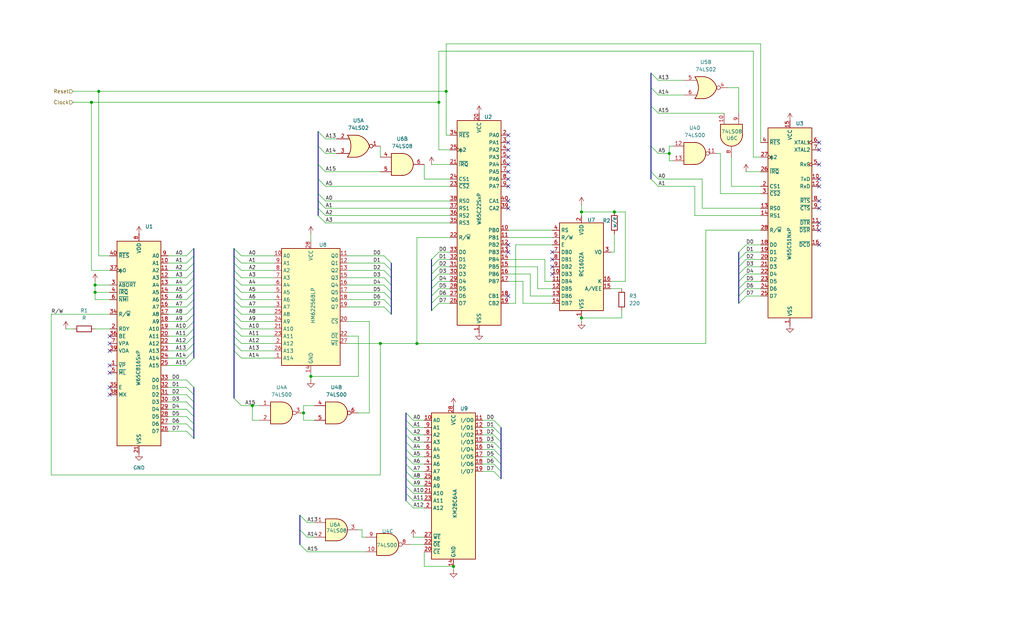
<source format=kicad_sch>
(kicad_sch (version 20250114) (generator "eeschema") (generator_version "9.0")
  (paper "USLegal")
  (title_block (title "65C816 Computer") (date "2025-08-05") (rev "0.1") (comment 1 "IRQ support TBA") (comment 2 "also storage to be changed, potentially???"))
  (junction (at 213.36 73.66))
  (junction (at 157.48 196.85))
  (junction (at 201.93 73.66))
  (junction (at 144.78 119.38))
  (junction (at 33.02 101.6))
  (junction (at 34.29 31.75))
  (junction (at 154.94 31.75))
  (junction (at 107.95 130.81))
  (junction (at 232.41 53.34))
  (junction (at 31.75 35.56))
  (junction (at 87.63 140.97))
  (junction (at 152.4 35.56))
  (junction (at 33.02 99.06))
  (junction (at 132.08 119.38))
  (junction (at 201.93 110.49))
  (junction (at 105.41 143.51))
  (no_connect (at 176.53 69.85))
  (no_connect (at 284.48 57.15))
  (no_connect (at 38.1 127))
  (no_connect (at 284.48 85.09))
  (no_connect (at 191.77 87.63))
  (no_connect (at 284.48 69.85))
  (no_connect (at 191.77 95.25))
  (no_connect (at 284.48 80.01))
  (no_connect (at 38.1 129.54))
  (no_connect (at 176.53 57.15))
  (no_connect (at 176.53 54.61))
  (no_connect (at 284.48 62.23))
  (no_connect (at 176.53 59.69))
  (no_connect (at 284.48 64.77))
  (no_connect (at 191.77 90.17))
  (no_connect (at 176.53 72.39))
  (no_connect (at 176.53 52.07))
  (no_connect (at 284.48 49.53))
  (no_connect (at 38.1 116.84))
  (no_connect (at 176.53 49.53))
  (no_connect (at 176.53 85.09))
  (no_connect (at 38.1 134.62))
  (no_connect (at 176.53 46.99))
  (no_connect (at 191.77 92.71))
  (no_connect (at 284.48 52.07))
  (no_connect (at 38.1 137.16))
  (no_connect (at 284.48 77.47))
  (no_connect (at 176.53 64.77))
  (no_connect (at 176.53 87.63))
  (no_connect (at 284.48 72.39))
  (no_connect (at 176.53 62.23))
  (no_connect (at 38.1 119.38))
  (no_connect (at 176.53 102.87))
  (no_connect (at 38.1 121.92))
  (bus_entry (at 152.4 97.79) (size -2.54 2.54))
  (bus_entry (at 67.31 137.16) (size -2.54 -2.54))
  (bus_entry (at 135.89 96.52) (size -2.54 -2.54))
  (bus_entry (at 140.97 158.75) (size 2.54 2.54))
  (bus_entry (at 135.89 91.44) (size -2.54 -2.54))
  (bus_entry (at 256.54 92.71) (size 2.54 -2.54))
  (bus_entry (at 64.77 111.76) (size 2.54 -2.54))
  (bus_entry (at 256.54 90.17) (size 2.54 -2.54))
  (bus_entry (at 226.06 59.69) (size 2.54 2.54))
  (bus_entry (at 104.14 179.07) (size 2.54 2.54))
  (bus_entry (at 110.49 62.23) (size 2.54 2.54))
  (bus_entry (at 81.28 106.68) (size 2.54 2.54))
  (bus_entry (at 135.89 101.6) (size -2.54 -2.54))
  (bus_entry (at 226.06 62.23) (size 2.54 2.54))
  (bus_entry (at 152.4 92.71) (size -2.54 2.54))
  (bus_entry (at 110.49 57.15) (size 2.54 2.54))
  (bus_entry (at 226.06 50.8) (size 2.54 2.54))
  (bus_entry (at 135.89 106.68) (size -2.54 -2.54))
  (bus_entry (at 64.77 114.3) (size 2.54 -2.54))
  (bus_entry (at 110.49 69.85) (size 2.54 2.54))
  (bus_entry (at 81.28 86.36) (size 2.54 2.54))
  (bus_entry (at 140.97 153.67) (size 2.54 2.54))
  (bus_entry (at 110.49 74.93) (size 2.54 2.54))
  (bus_entry (at 256.54 102.87) (size 2.54 -2.54))
  (bus_entry (at 81.28 138.43) (size 2.54 2.54))
  (bus_entry (at 152.4 95.25) (size -2.54 2.54))
  (bus_entry (at 135.89 93.98) (size -2.54 -2.54))
  (bus_entry (at 226.06 30.48) (size 2.54 2.54))
  (bus_entry (at 67.31 152.4) (size -2.54 -2.54))
  (bus_entry (at 67.31 139.7) (size -2.54 -2.54))
  (bus_entry (at 140.97 161.29) (size 2.54 2.54))
  (bus_entry (at 110.49 45.72) (size 2.54 2.54))
  (bus_entry (at 226.06 25.4) (size 2.54 2.54))
  (bus_entry (at 140.97 143.51) (size 2.54 2.54))
  (bus_entry (at 64.77 127) (size 2.54 -2.54))
  (bus_entry (at 140.97 173.99) (size 2.54 2.54))
  (bus_entry (at 173.99 166.37) (size -2.54 -2.54))
  (bus_entry (at 173.99 151.13) (size -2.54 -2.54))
  (bus_entry (at 67.31 144.78) (size -2.54 -2.54))
  (bus_entry (at 81.28 114.3) (size 2.54 2.54))
  (bus_entry (at 152.4 105.41) (size -2.54 2.54))
  (bus_entry (at 81.28 93.98) (size 2.54 2.54))
  (bus_entry (at 152.4 102.87) (size -2.54 2.54))
  (bus_entry (at 64.77 116.84) (size 2.54 -2.54))
  (bus_entry (at 67.31 134.62) (size -2.54 -2.54))
  (bus_entry (at 64.77 96.52) (size 2.54 -2.54))
  (bus_entry (at 81.28 104.14) (size 2.54 2.54))
  (bus_entry (at 81.28 111.76) (size 2.54 2.54))
  (bus_entry (at 140.97 171.45) (size 2.54 2.54))
  (bus_entry (at 67.31 142.24) (size -2.54 -2.54))
  (bus_entry (at 256.54 87.63) (size 2.54 -2.54))
  (bus_entry (at 140.97 166.37) (size 2.54 2.54))
  (bus_entry (at 81.28 116.84) (size 2.54 2.54))
  (bus_entry (at 173.99 163.83) (size -2.54 -2.54))
  (bus_entry (at 64.77 101.6) (size 2.54 -2.54))
  (bus_entry (at 64.77 121.92) (size 2.54 -2.54))
  (bus_entry (at 140.97 168.91) (size 2.54 2.54))
  (bus_entry (at 140.97 146.05) (size 2.54 2.54))
  (bus_entry (at 173.99 148.59) (size -2.54 -2.54))
  (bus_entry (at 256.54 100.33) (size 2.54 -2.54))
  (bus_entry (at 81.28 99.06) (size 2.54 2.54))
  (bus_entry (at 81.28 109.22) (size 2.54 2.54))
  (bus_entry (at 152.4 87.63) (size -2.54 2.54))
  (bus_entry (at 173.99 158.75) (size -2.54 -2.54))
  (bus_entry (at 135.89 99.06) (size -2.54 -2.54))
  (bus_entry (at 140.97 163.83) (size 2.54 2.54))
  (bus_entry (at 64.77 93.98) (size 2.54 -2.54))
  (bus_entry (at 64.77 109.22) (size 2.54 -2.54))
  (bus_entry (at 140.97 156.21) (size 2.54 2.54))
  (bus_entry (at 140.97 148.59) (size 2.54 2.54))
  (bus_entry (at 81.28 121.92) (size 2.54 2.54))
  (bus_entry (at 81.28 88.9) (size 2.54 2.54))
  (bus_entry (at 64.77 104.14) (size 2.54 -2.54))
  (bus_entry (at 152.4 90.17) (size -2.54 2.54))
  (bus_entry (at 67.31 147.32) (size -2.54 -2.54))
  (bus_entry (at 110.49 67.31) (size 2.54 2.54))
  (bus_entry (at 67.31 149.86) (size -2.54 -2.54))
  (bus_entry (at 152.4 100.33) (size -2.54 2.54))
  (bus_entry (at 135.89 109.22) (size -2.54 -2.54))
  (bus_entry (at 226.06 36.83) (size 2.54 2.54))
  (bus_entry (at 256.54 95.25) (size 2.54 -2.54))
  (bus_entry (at 256.54 105.41) (size 2.54 -2.54))
  (bus_entry (at 135.89 104.14) (size -2.54 -2.54))
  (bus_entry (at 64.77 88.9) (size 2.54 -2.54))
  (bus_entry (at 104.14 184.15) (size 2.54 2.54))
  (bus_entry (at 110.49 72.39) (size 2.54 2.54))
  (bus_entry (at 140.97 151.13) (size 2.54 2.54))
  (bus_entry (at 81.28 101.6) (size 2.54 2.54))
  (bus_entry (at 104.14 189.23) (size 2.54 2.54))
  (bus_entry (at 81.28 96.52) (size 2.54 2.54))
  (bus_entry (at 81.28 119.38) (size 2.54 2.54))
  (bus_entry (at 81.28 91.44) (size 2.54 2.54))
  (bus_entry (at 173.99 161.29) (size -2.54 -2.54))
  (bus_entry (at 64.77 99.06) (size 2.54 -2.54))
  (bus_entry (at 64.77 91.44) (size 2.54 -2.54))
  (bus_entry (at 64.77 119.38) (size 2.54 -2.54))
  (bus_entry (at 110.49 50.8) (size 2.54 2.54))
  (bus_entry (at 64.77 124.46) (size 2.54 -2.54))
  (bus_entry (at 173.99 153.67) (size -2.54 -2.54))
  (bus_entry (at 173.99 156.21) (size -2.54 -2.54))
  (bus_entry (at 64.77 106.68) (size 2.54 -2.54))
  (bus_entry (at 256.54 97.79) (size 2.54 -2.54))
  (bus (pts (xy 173.99 158.75) (xy 173.99 161.29)))
  (wire (pts (xy 259.08 85.09) (xy 264.16 85.09)))
  (wire (pts (xy 201.93 71.12) (xy 201.93 73.66)))
  (wire (pts (xy 107.95 130.81) (xy 107.95 129.54)))
  (bus (pts (xy 149.86 90.17) (xy 149.86 92.71)))
  (wire (pts (xy 217.17 97.79) (xy 217.17 73.66)))
  (wire (pts (xy 228.6 39.37) (xy 251.46 39.37)))
  (wire (pts (xy 264.16 59.69) (xy 259.08 59.69)))
  (bus (pts (xy 67.31 111.76) (xy 67.31 109.22)))
  (wire (pts (xy 125.73 186.69) (xy 127 186.69)))
  (wire (pts (xy 25.4 35.56) (xy 31.75 35.56)))
  (wire (pts (xy 191.77 102.87) (xy 184.15 102.87)))
  (wire (pts (xy 147.32 57.15) (xy 147.32 62.23)))
  (wire (pts (xy 152.4 105.41) (xy 156.21 105.41)))
  (bus (pts (xy 81.28 104.14) (xy 81.28 101.6)))
  (wire (pts (xy 38.1 104.14) (xy 33.02 104.14)))
  (bus (pts (xy 149.86 100.33) (xy 149.86 102.87)))
  (bus (pts (xy 81.28 99.06) (xy 81.28 96.52)))
  (wire (pts (xy 213.36 73.66) (xy 217.17 73.66)))
  (wire (pts (xy 228.6 53.34) (xy 232.41 53.34)))
  (wire (pts (xy 83.82 93.98) (xy 95.25 93.98)))
  (bus (pts (xy 81.28 93.98) (xy 81.28 91.44)))
  (wire (pts (xy 83.82 91.44) (xy 95.25 91.44)))
  (wire (pts (xy 58.42 139.7) (xy 64.77 139.7)))
  (bus (pts (xy 135.89 106.68) (xy 135.89 109.22)))
  (wire (pts (xy 113.03 72.39) (xy 156.21 72.39)))
  (wire (pts (xy 156.21 64.77) (xy 113.03 64.77)))
  (bus (pts (xy 149.86 102.87) (xy 149.86 105.41)))
  (wire (pts (xy 113.03 53.34) (xy 116.84 53.34)))
  (wire (pts (xy 58.42 104.14) (xy 64.77 104.14)))
  (bus (pts (xy 226.06 50.8) (xy 226.06 59.69)))
  (bus (pts (xy 140.97 163.83) (xy 140.97 166.37)))
  (bus (pts (xy 140.97 161.29) (xy 140.97 163.83)))
  (wire (pts (xy 83.82 124.46) (xy 95.25 124.46)))
  (wire (pts (xy 201.93 73.66) (xy 213.36 73.66)))
  (wire (pts (xy 120.65 88.9) (xy 133.35 88.9)))
  (wire (pts (xy 147.32 191.77) (xy 147.32 196.85)))
  (wire (pts (xy 58.42 147.32) (xy 64.77 147.32)))
  (bus (pts (xy 81.28 121.92) (xy 81.28 119.38)))
  (bus (pts (xy 149.86 92.71) (xy 149.86 95.25)))
  (bus (pts (xy 67.31 99.06) (xy 67.31 96.52)))
  (wire (pts (xy 154.94 31.75) (xy 34.29 31.75)))
  (bus (pts (xy 135.89 104.14) (xy 135.89 106.68)))
  (wire (pts (xy 250.19 67.31) (xy 264.16 67.31)))
  (bus (pts (xy 110.49 50.8) (xy 110.49 57.15)))
  (wire (pts (xy 105.41 140.97) (xy 105.41 143.51)))
  (bus (pts (xy 110.49 45.72) (xy 110.49 50.8)))
  (bus (pts (xy 226.06 25.4) (xy 226.06 30.48)))
  (bus (pts (xy 67.31 109.22) (xy 67.31 106.68)))
  (wire (pts (xy 143.51 163.83) (xy 147.32 163.83)))
  (bus (pts (xy 81.28 138.43) (xy 81.28 121.92)))
  (bus (pts (xy 173.99 156.21) (xy 173.99 158.75)))
  (wire (pts (xy 250.19 53.34) (xy 250.19 67.31)))
  (wire (pts (xy 176.53 92.71) (xy 186.69 92.71)))
  (wire (pts (xy 143.51 176.53) (xy 147.32 176.53)))
  (bus (pts (xy 149.86 105.41) (xy 149.86 107.95)))
  (wire (pts (xy 191.77 97.79) (xy 189.23 97.79)))
  (wire (pts (xy 58.42 116.84) (xy 64.77 116.84)))
  (bus (pts (xy 81.28 106.68) (xy 81.28 104.14)))
  (wire (pts (xy 256.54 30.48) (xy 256.54 39.37)))
  (wire (pts (xy 259.08 100.33) (xy 264.16 100.33)))
  (bus (pts (xy 149.86 95.25) (xy 149.86 97.79)))
  (wire (pts (xy 189.23 97.79) (xy 189.23 90.17)))
  (wire (pts (xy 120.65 99.06) (xy 133.35 99.06)))
  (bus (pts (xy 135.89 101.6) (xy 135.89 104.14)))
  (wire (pts (xy 83.82 119.38) (xy 95.25 119.38)))
  (wire (pts (xy 186.69 92.71) (xy 186.69 100.33)))
  (wire (pts (xy 83.82 96.52) (xy 95.25 96.52)))
  (wire (pts (xy 167.64 158.75) (xy 171.45 158.75)))
  (wire (pts (xy 144.78 82.55) (xy 144.78 119.38)))
  (bus (pts (xy 135.89 93.98) (xy 135.89 96.52)))
  (wire (pts (xy 113.03 74.93) (xy 156.21 74.93)))
  (wire (pts (xy 31.75 35.56) (xy 31.75 93.98)))
  (wire (pts (xy 33.02 101.6) (xy 33.02 99.06)))
  (wire (pts (xy 152.4 52.07) (xy 152.4 35.56)))
  (wire (pts (xy 38.1 99.06) (xy 33.02 99.06)))
  (bus (pts (xy 81.28 109.22) (xy 81.28 106.68)))
  (wire (pts (xy 58.42 144.78) (xy 64.77 144.78)))
  (wire (pts (xy 128.27 111.76) (xy 120.65 111.76)))
  (wire (pts (xy 147.32 196.85) (xy 157.48 196.85)))
  (bus (pts (xy 104.14 179.07) (xy 104.14 184.15)))
  (wire (pts (xy 106.68 186.69) (xy 109.22 186.69)))
  (bus (pts (xy 173.99 163.83) (xy 173.99 166.37)))
  (wire (pts (xy 106.68 181.61) (xy 109.22 181.61)))
  (wire (pts (xy 105.41 146.05) (xy 105.41 143.51)))
  (bus (pts (xy 67.31 144.78) (xy 67.31 147.32)))
  (wire (pts (xy 261.62 17.78) (xy 152.4 17.78)))
  (wire (pts (xy 132.08 119.38) (xy 132.08 165.1)))
  (wire (pts (xy 113.03 59.69) (xy 132.08 59.69)))
  (wire (pts (xy 152.4 95.25) (xy 156.21 95.25)))
  (wire (pts (xy 167.64 163.83) (xy 171.45 163.83)))
  (wire (pts (xy 245.11 80.01) (xy 245.11 119.38)))
  (bus (pts (xy 110.49 69.85) (xy 110.49 67.31)))
  (wire (pts (xy 143.51 151.13) (xy 147.32 151.13)))
  (wire (pts (xy 241.3 64.77) (xy 228.6 64.77)))
  (bus (pts (xy 140.97 153.67) (xy 140.97 156.21)))
  (wire (pts (xy 143.51 166.37) (xy 147.32 166.37)))
  (wire (pts (xy 264.16 74.93) (xy 241.3 74.93)))
  (wire (pts (xy 143.51 161.29) (xy 147.32 161.29)))
  (wire (pts (xy 17.78 109.22) (xy 17.78 165.1)))
  (wire (pts (xy 179.07 105.41) (xy 176.53 105.41)))
  (wire (pts (xy 58.42 124.46) (xy 64.77 124.46)))
  (bus (pts (xy 81.28 91.44) (xy 81.28 88.9)))
  (wire (pts (xy 58.42 134.62) (xy 64.77 134.62)))
  (wire (pts (xy 87.63 140.97) (xy 90.17 140.97)))
  (wire (pts (xy 176.53 82.55) (xy 191.77 82.55)))
  (wire (pts (xy 232.41 50.8) (xy 233.68 50.8)))
  (wire (pts (xy 152.4 87.63) (xy 156.21 87.63)))
  (bus (pts (xy 173.99 151.13) (xy 173.99 153.67)))
  (wire (pts (xy 167.64 151.13) (xy 171.45 151.13)))
  (bus (pts (xy 149.86 97.79) (xy 149.86 100.33)))
  (wire (pts (xy 58.42 114.3) (xy 64.77 114.3)))
  (wire (pts (xy 38.1 109.22) (xy 17.78 109.22)))
  (wire (pts (xy 215.9 107.95) (xy 215.9 110.49)))
  (bus (pts (xy 67.31 137.16) (xy 67.31 139.7)))
  (wire (pts (xy 83.82 99.06) (xy 95.25 99.06)))
  (wire (pts (xy 212.09 87.63) (xy 213.36 87.63)))
  (wire (pts (xy 167.64 153.67) (xy 171.45 153.67)))
  (bus (pts (xy 173.99 153.67) (xy 173.99 156.21)))
  (wire (pts (xy 33.02 114.3) (xy 38.1 114.3)))
  (wire (pts (xy 120.65 101.6) (xy 133.35 101.6)))
  (bus (pts (xy 110.49 57.15) (xy 110.49 62.23)))
  (wire (pts (xy 167.64 148.59) (xy 171.45 148.59)))
  (bus (pts (xy 256.54 102.87) (xy 256.54 105.41)))
  (bus (pts (xy 110.49 74.93) (xy 110.49 72.39)))
  (bus (pts (xy 81.28 101.6) (xy 81.28 99.06)))
  (wire (pts (xy 143.51 158.75) (xy 147.32 158.75)))
  (wire (pts (xy 256.54 30.48) (xy 252.73 30.48)))
  (wire (pts (xy 143.51 148.59) (xy 147.32 148.59)))
  (wire (pts (xy 58.42 96.52) (xy 64.77 96.52)))
  (wire (pts (xy 120.65 91.44) (xy 133.35 91.44)))
  (wire (pts (xy 113.03 69.85) (xy 156.21 69.85)))
  (wire (pts (xy 212.09 97.79) (xy 217.17 97.79)))
  (wire (pts (xy 83.82 106.68) (xy 95.25 106.68)))
  (wire (pts (xy 58.42 106.68) (xy 64.77 106.68)))
  (wire (pts (xy 143.51 153.67) (xy 147.32 153.67)))
  (wire (pts (xy 241.3 74.93) (xy 241.3 64.77)))
  (bus (pts (xy 256.54 97.79) (xy 256.54 100.33)))
  (wire (pts (xy 254 54.61) (xy 254 64.77)))
  (bus (pts (xy 140.97 166.37) (xy 140.97 168.91)))
  (wire (pts (xy 264.16 54.61) (xy 261.62 54.61)))
  (wire (pts (xy 156.21 82.55) (xy 144.78 82.55)))
  (wire (pts (xy 58.42 142.24) (xy 64.77 142.24)))
  (wire (pts (xy 87.63 140.97) (xy 87.63 146.05)))
  (wire (pts (xy 58.42 109.22) (xy 64.77 109.22)))
  (wire (pts (xy 232.41 55.88) (xy 233.68 55.88)))
  (wire (pts (xy 181.61 105.41) (xy 191.77 105.41)))
  (wire (pts (xy 201.93 73.66) (xy 201.93 74.93)))
  (wire (pts (xy 181.61 97.79) (xy 181.61 105.41)))
  (bus (pts (xy 67.31 114.3) (xy 67.31 111.76)))
  (wire (pts (xy 113.03 77.47) (xy 156.21 77.47)))
  (wire (pts (xy 120.65 106.68) (xy 133.35 106.68)))
  (wire (pts (xy 58.42 88.9) (xy 64.77 88.9)))
  (bus (pts (xy 140.97 146.05) (xy 140.97 148.59)))
  (bus (pts (xy 67.31 134.62) (xy 67.31 137.16)))
  (wire (pts (xy 120.65 104.14) (xy 133.35 104.14)))
  (wire (pts (xy 264.16 49.53) (xy 264.16 15.24)))
  (wire (pts (xy 83.82 104.14) (xy 95.25 104.14)))
  (bus (pts (xy 135.89 91.44) (xy 135.89 93.98)))
  (wire (pts (xy 201.93 111.76) (xy 201.93 110.49)))
  (wire (pts (xy 58.42 149.86) (xy 64.77 149.86)))
  (wire (pts (xy 243.84 62.23) (xy 228.6 62.23)))
  (wire (pts (xy 22.86 114.3) (xy 25.4 114.3)))
  (bus (pts (xy 140.97 171.45) (xy 140.97 173.99)))
  (bus (pts (xy 81.28 114.3) (xy 81.28 111.76)))
  (bus (pts (xy 140.97 158.75) (xy 140.97 161.29)))
  (wire (pts (xy 143.51 156.21) (xy 147.32 156.21)))
  (bus (pts (xy 140.97 168.91) (xy 140.97 171.45)))
  (wire (pts (xy 58.42 111.76) (xy 64.77 111.76)))
  (wire (pts (xy 167.64 156.21) (xy 171.45 156.21)))
  (wire (pts (xy 33.02 104.14) (xy 33.02 101.6)))
  (wire (pts (xy 58.42 91.44) (xy 64.77 91.44)))
  (wire (pts (xy 120.65 93.98) (xy 133.35 93.98)))
  (wire (pts (xy 33.02 99.06) (xy 33.02 97.79)))
  (wire (pts (xy 179.07 85.09) (xy 179.07 105.41)))
  (bus (pts (xy 135.89 96.52) (xy 135.89 99.06)))
  (wire (pts (xy 152.4 90.17) (xy 156.21 90.17)))
  (bus (pts (xy 67.31 104.14) (xy 67.31 101.6)))
  (wire (pts (xy 83.82 111.76) (xy 95.25 111.76)))
  (bus (pts (xy 140.97 156.21) (xy 140.97 158.75)))
  (wire (pts (xy 83.82 121.92) (xy 95.25 121.92)))
  (wire (pts (xy 143.51 146.05) (xy 147.32 146.05)))
  (wire (pts (xy 38.1 101.6) (xy 33.02 101.6)))
  (wire (pts (xy 83.82 114.3) (xy 95.25 114.3)))
  (wire (pts (xy 83.82 88.9) (xy 95.25 88.9)))
  (wire (pts (xy 113.03 48.26) (xy 116.84 48.26)))
  (wire (pts (xy 143.51 171.45) (xy 147.32 171.45)))
  (bus (pts (xy 67.31 147.32) (xy 67.31 149.86)))
  (wire (pts (xy 109.22 140.97) (xy 105.41 140.97)))
  (bus (pts (xy 110.49 72.39) (xy 110.49 69.85)))
  (wire (pts (xy 106.68 191.77) (xy 127 191.77)))
  (bus (pts (xy 81.28 111.76) (xy 81.28 109.22)))
  (wire (pts (xy 17.78 165.1) (xy 132.08 165.1)))
  (wire (pts (xy 25.4 31.75) (xy 34.29 31.75)))
  (wire (pts (xy 120.65 96.52) (xy 133.35 96.52)))
  (bus (pts (xy 67.31 116.84) (xy 67.31 114.3)))
  (wire (pts (xy 107.95 132.08) (xy 107.95 130.81)))
  (wire (pts (xy 128.27 143.51) (xy 128.27 111.76)))
  (wire (pts (xy 124.46 143.51) (xy 128.27 143.51)))
  (wire (pts (xy 152.4 97.79) (xy 156.21 97.79)))
  (wire (pts (xy 245.11 119.38) (xy 144.78 119.38)))
  (bus (pts (xy 67.31 101.6) (xy 67.31 99.06)))
  (wire (pts (xy 250.19 53.34) (xy 248.92 53.34)))
  (wire (pts (xy 259.08 97.79) (xy 264.16 97.79)))
  (wire (pts (xy 259.08 102.87) (xy 264.16 102.87)))
  (wire (pts (xy 34.29 88.9) (xy 38.1 88.9)))
  (wire (pts (xy 259.08 90.17) (xy 264.16 90.17)))
  (bus (pts (xy 67.31 93.98) (xy 67.31 91.44)))
  (bus (pts (xy 226.06 36.83) (xy 226.06 50.8)))
  (wire (pts (xy 87.63 146.05) (xy 90.17 146.05)))
  (wire (pts (xy 58.42 132.08) (xy 64.77 132.08)))
  (wire (pts (xy 58.42 93.98) (xy 64.77 93.98)))
  (wire (pts (xy 143.51 186.69) (xy 147.32 186.69)))
  (wire (pts (xy 201.93 110.49) (xy 215.9 110.49)))
  (wire (pts (xy 264.16 15.24) (xy 154.94 15.24)))
  (bus (pts (xy 140.97 143.51) (xy 140.97 146.05)))
  (bus (pts (xy 256.54 100.33) (xy 256.54 102.87)))
  (wire (pts (xy 124.46 184.15) (xy 125.73 184.15)))
  (wire (pts (xy 167.64 161.29) (xy 171.45 161.29)))
  (bus (pts (xy 173.99 148.59) (xy 173.99 151.13)))
  (wire (pts (xy 228.6 33.02) (xy 237.49 33.02)))
  (bus (pts (xy 67.31 142.24) (xy 67.31 144.78)))
  (wire (pts (xy 83.82 109.22) (xy 95.25 109.22)))
  (wire (pts (xy 157.48 198.12) (xy 157.48 196.85)))
  (wire (pts (xy 261.62 54.61) (xy 261.62 17.78)))
  (wire (pts (xy 152.4 92.71) (xy 156.21 92.71)))
  (wire (pts (xy 34.29 31.75) (xy 34.29 88.9)))
  (bus (pts (xy 67.31 91.44) (xy 67.31 88.9)))
  (wire (pts (xy 232.41 53.34) (xy 232.41 55.88)))
  (wire (pts (xy 259.08 95.25) (xy 264.16 95.25)))
  (wire (pts (xy 109.22 146.05) (xy 105.41 146.05)))
  (wire (pts (xy 264.16 72.39) (xy 243.84 72.39)))
  (wire (pts (xy 124.46 116.84) (xy 124.46 130.81)))
  (bus (pts (xy 140.97 148.59) (xy 140.97 151.13)))
  (wire (pts (xy 83.82 140.97) (xy 87.63 140.97)))
  (wire (pts (xy 232.41 50.8) (xy 232.41 53.34)))
  (bus (pts (xy 81.28 88.9) (xy 81.28 86.36)))
  (bus (pts (xy 256.54 90.17) (xy 256.54 92.71)))
  (wire (pts (xy 132.08 50.8) (xy 132.08 54.61)))
  (bus (pts (xy 226.06 30.48) (xy 226.06 36.83)))
  (bus (pts (xy 81.28 116.84) (xy 81.28 114.3)))
  (wire (pts (xy 125.73 184.15) (xy 125.73 186.69)))
  (bus (pts (xy 135.89 99.06) (xy 135.89 101.6)))
  (wire (pts (xy 156.21 57.15) (xy 149.86 57.15)))
  (bus (pts (xy 81.28 96.52) (xy 81.28 93.98)))
  (wire (pts (xy 143.51 168.91) (xy 147.32 168.91)))
  (wire (pts (xy 167.64 146.05) (xy 171.45 146.05)))
  (wire (pts (xy 152.4 102.87) (xy 156.21 102.87)))
  (wire (pts (xy 259.08 92.71) (xy 264.16 92.71)))
  (bus (pts (xy 81.28 119.38) (xy 81.28 116.84)))
  (bus (pts (xy 110.49 67.31) (xy 110.49 62.23)))
  (wire (pts (xy 58.42 137.16) (xy 64.77 137.16)))
  (bus (pts (xy 67.31 149.86) (xy 67.31 152.4)))
  (wire (pts (xy 213.36 87.63) (xy 213.36 81.28)))
  (wire (pts (xy 243.84 72.39) (xy 243.84 62.23)))
  (wire (pts (xy 143.51 173.99) (xy 147.32 173.99)))
  (wire (pts (xy 107.95 83.82) (xy 107.95 81.28)))
  (wire (pts (xy 191.77 85.09) (xy 179.07 85.09)))
  (wire (pts (xy 132.08 119.38) (xy 120.65 119.38)))
  (wire (pts (xy 228.6 27.94) (xy 237.49 27.94)))
  (bus (pts (xy 67.31 139.7) (xy 67.31 142.24)))
  (wire (pts (xy 132.08 119.38) (xy 144.78 119.38)))
  (wire (pts (xy 147.32 62.23) (xy 156.21 62.23)))
  (wire (pts (xy 152.4 100.33) (xy 156.21 100.33)))
  (bus (pts (xy 173.99 161.29) (xy 173.99 163.83)))
  (bus (pts (xy 67.31 96.52) (xy 67.31 93.98)))
  (wire (pts (xy 58.42 127) (xy 64.77 127)))
  (wire (pts (xy 184.15 102.87) (xy 184.15 95.25)))
  (wire (pts (xy 176.53 80.01) (xy 191.77 80.01)))
  (wire (pts (xy 31.75 93.98) (xy 38.1 93.98)))
  (wire (pts (xy 58.42 121.92) (xy 64.77 121.92)))
  (wire (pts (xy 176.53 97.79) (xy 181.61 97.79)))
  (bus (pts (xy 226.06 59.69) (xy 226.06 62.23)))
  (wire (pts (xy 264.16 80.01) (xy 245.11 80.01)))
  (bus (pts (xy 67.31 106.68) (xy 67.31 104.14)))
  (bus (pts (xy 67.31 121.92) (xy 67.31 119.38)))
  (bus (pts (xy 256.54 95.25) (xy 256.54 97.79)))
  (wire (pts (xy 58.42 119.38) (xy 64.77 119.38)))
  (wire (pts (xy 152.4 35.56) (xy 31.75 35.56)))
  (bus (pts (xy 104.14 184.15) (xy 104.14 189.23)))
  (wire (pts (xy 152.4 17.78) (xy 152.4 35.56)))
  (wire (pts (xy 186.69 100.33) (xy 191.77 100.33)))
  (wire (pts (xy 156.21 52.07) (xy 152.4 52.07)))
  (bus (pts (xy 67.31 124.46) (xy 67.31 121.92)))
  (bus (pts (xy 67.31 119.38) (xy 67.31 116.84)))
  (bus (pts (xy 256.54 87.63) (xy 256.54 90.17)))
  (wire (pts (xy 259.08 87.63) (xy 264.16 87.63)))
  (wire (pts (xy 83.82 116.84) (xy 95.25 116.84)))
  (wire (pts (xy 154.94 46.99) (xy 154.94 31.75)))
  (wire (pts (xy 58.42 99.06) (xy 64.77 99.06)))
  (wire (pts (xy 124.46 130.81) (xy 107.95 130.81)))
  (bus (pts (xy 67.31 88.9) (xy 67.31 86.36)))
  (wire (pts (xy 254 64.77) (xy 264.16 64.77)))
  (wire (pts (xy 189.23 90.17) (xy 176.53 90.17)))
  (bus (pts (xy 256.54 92.71) (xy 256.54 95.25)))
  (wire (pts (xy 212.09 100.33) (xy 215.9 100.33)))
  (wire (pts (xy 154.94 15.24) (xy 154.94 31.75)))
  (bus (pts (xy 140.97 151.13) (xy 140.97 153.67)))
  (wire (pts (xy 83.82 101.6) (xy 95.25 101.6)))
  (wire (pts (xy 184.15 95.25) (xy 176.53 95.25)))
  (wire (pts (xy 156.21 46.99) (xy 154.94 46.99)))
  (wire (pts (xy 120.65 116.84) (xy 124.46 116.84)))
  (wire (pts (xy 142.24 189.23) (xy 147.32 189.23)))
  (wire (pts (xy 58.42 101.6) (xy 64.77 101.6)))
  (label "A6" (at 143.51 161.29 0))
  (label "A10" (at 143.51 171.45 0))
  (label "A15" (at 60.96 127 0))
  (label "D0" (at 259.08 85.09 0))
  (label "A10" (at 86.36 114.3 0))
  (label "A14" (at 106.68 186.69 0))
  (label "D7" (at 259.08 102.87 0))
  (label "A1" (at 228.6 64.77 0))
  (label "D2" (at 59.69 137.16 0))
  (label "D1" (at 59.69 134.62 0))
  (label "A7" (at 60.96 106.68 0))
  (label "D5" (at 129.54 101.6 0))
  (label "A0" (at 143.51 146.05 0))
  (label "A4" (at 143.51 156.21 0))
  (label "D3" (at 59.69 139.7 0))
  (label "A1" (at 86.36 91.44 0))
  (label "A4" (at 86.36 99.06 0))
  (label "A15" (at 106.68 191.77 0))
  (label "D6" (at 129.54 104.14 0))
  (label "A2" (at 86.36 93.98 0))
  (label "D4" (at 259.08 95.25 0))
  (label "A4" (at 60.96 99.06 0))
  (label "A13" (at 113.03 48.26 0))
  (label "D4" (at 129.54 99.06 0))
  (label "D7" (at 59.69 149.86 0))
  (label "A15" (at 113.03 59.69 0))
  (label "A8" (at 86.36 109.22 0))
  (label "A13" (at 60.96 121.92 0))
  (label "A14" (at 86.36 124.46 0))
  (label "D6" (at 168.91 161.29 0))
  (label "D3" (at 152.4 95.25 0))
  (label "D6" (at 259.08 100.33 0))
  (label "A9" (at 143.51 168.91 0))
  (label "D3" (at 259.08 92.71 0))
  (label "D6" (at 152.4 102.87 0))
  (label "D1" (at 152.4 90.17 0))
  (label "A5" (at 113.03 64.77 0))
  (label "A3" (at 60.96 96.52 0))
  (label "D4" (at 168.91 156.21 0))
  (label "D6" (at 59.69 147.32 0))
  (label "A10" (at 60.96 114.3 0))
  (label "D2" (at 168.91 151.13 0))
  (label "A12" (at 143.51 176.53 0))
  (label "A8" (at 60.96 109.22 0))
  (label "A3" (at 143.51 153.67 0))
  (label "A7" (at 143.51 163.83 0))
  (label "A11" (at 86.36 116.84 0))
  (label "A7" (at 86.36 106.68 0))
  (label "R{slash}W" (at 17.78 109.22 0))
  (label "D0" (at 152.4 87.63 0))
  (label "A15" (at 228.6 39.37 0))
  (label "A14" (at 60.96 124.46 0))
  (label "A8" (at 143.51 166.37 0))
  (label "D1" (at 259.08 87.63 0))
  (label "D2" (at 152.4 92.71 0))
  (label "D5" (at 168.91 158.75 0))
  (label "A2" (at 143.51 151.13 0))
  (label "A0" (at 86.36 88.9 0))
  (label "D2" (at 259.08 90.17 0))
  (label "A5" (at 86.36 101.6 0))
  (label "A0" (at 60.96 88.9 0))
  (label "A9" (at 86.36 111.76 0))
  (label "A0" (at 228.6 62.23 0))
  (label "A6" (at 60.96 104.14 0))
  (label "A13" (at 106.68 181.61 0))
  (label "A5" (at 228.6 53.34 0))
  (label "D0" (at 59.69 132.08 0))
  (label "A2" (at 60.96 93.98 0))
  (label "A2" (at 113.03 74.93 0))
  (label "D3" (at 168.91 153.67 0))
  (label "A1" (at 113.03 72.39 0))
  (label "A12" (at 86.36 119.38 0))
  (label "A1" (at 143.51 148.59 0))
  (label "A3" (at 86.36 96.52 0))
  (label "D5" (at 59.69 144.78 0))
  (label "A11" (at 143.51 173.99 0))
  (label "D5" (at 259.08 97.79 0))
  (label "A11" (at 60.96 116.84 0))
  (label "A6" (at 86.36 104.14 0))
  (label "A5" (at 143.51 158.75 0))
  (label "D0" (at 129.54 88.9 0))
  (label "A14" (at 113.03 53.34 0))
  (label "A14" (at 228.6 33.02 0))
  (label "D0" (at 168.91 146.05 0))
  (label "A5" (at 60.96 101.6 0))
  (label "D1" (at 129.54 91.44 0))
  (label "A12" (at 60.96 119.38 0))
  (label "D7" (at 168.91 163.83 0))
  (label "D2" (at 129.54 93.98 0))
  (label "A0" (at 113.03 69.85 0))
  (label "A1" (at 60.96 91.44 0))
  (label "D3" (at 129.54 96.52 0))
  (label "D4" (at 59.69 142.24 0))
  (label "D7" (at 152.4 105.41 0))
  (label "A3" (at 113.03 77.47 0))
  (label "D7" (at 129.54 106.68 0))
  (label "A13" (at 86.36 121.92 0))
  (label "A13" (at 228.6 27.94 0))
  (label "D5" (at 152.4 100.33 0))
  (label "A9" (at 60.96 111.76 0))
  (label "A15" (at 85.09 140.97 0))
  (label "D4" (at 152.4 97.79 0))
  (label "D1" (at 168.91 148.59 0))
  (hierarchical_label "Reset" (shape input) (at 25.4 31.75 180))
  (hierarchical_label "Clock" (shape input) (at 25.4 35.56 180))
  (symbol (lib_id "74xx:74LS00") (at 97.79 143.51 0) (unit 1)
    (property "Reference" "U4" (at 97.7817 134.62 0))
    (property "Value" "74LS00" (at 97.7817 137.16 0))
    (property "Datasheet" "http://www.ti.com/lit/gpn/sn74ls00" (effects (hide yes)))
    (property "Description" "quad 2-input NAND gate" (effects (hide yes)))
  )
  (symbol (lib_id "74xx:74LS00") (at 116.84 143.51 0) (unit 2)
    (property "Reference" "U4" (at 116.8317 134.62 0))
    (property "Value" "74LS00" (at 116.8317 137.16 0))
    (property "Datasheet" "http://www.ti.com/lit/gpn/sn74ls00" (effects (hide yes)))
    (property "Description" "quad 2-input NAND gate" (effects (hide yes)))
  )
  (symbol (lib_id "74xx:74LS00") (at 134.62 189.23 0) (unit 3)
    (property "Reference" "U4" (at 134.62 184.658 0))
    (property "Value" "74LS00" (at 134.366 189.484 0))
    (property "Datasheet" "http://www.ti.com/lit/gpn/sn74ls00" (effects (hide yes)))
    (property "Description" "quad 2-input NAND gate" (effects (hide yes)))
  )
  (symbol (lib_id "74xx:74LS00") (at 241.3 53.34 0) (unit 4)
    (property "Reference" "U4" (at 241.2917 44.45 0))
    (property "Value" "74LS00" (at 241.2917 46.99 0))
    (property "Datasheet" "http://www.ti.com/lit/gpn/sn74ls00" (effects (hide yes)))
    (property "Description" "quad 2-input NAND gate" (effects (hide yes)))
  )
  (symbol (lib_id "power:+5V") (at 33.02 97.79 0) (unit 1)
    (property "Reference" "#PWR014" (effects (hide yes)))
    (property "Value" "+5V" (effects (hide yes)))
    (property "Description" "Power symbol creates a global label with name \"+5V\"" (effects (hide yes)))
  )
  (symbol (lib_id "power:+5V") (at 143.51 186.69 0) (unit 1)
    (property "Reference" "#PWR015" (effects (hide yes)))
    (property "Value" "+5V" (effects (hide yes)))
    (property "Description" "Power symbol creates a global label with name \"+5V\"" (effects (hide yes)))
  )
  (symbol (lib_id "Memory_RAM:HM62256BLP") (at 107.95 106.68 0) (unit 1)
    (property "Reference" "U8" (at 110.744 85.09 0) (effects (justify left)))
    (property "Value" "HM62256BLP" (at 108.712 112.522 90) (effects (justify left)))
    (property "Footprint" "Package_DIP:DIP-28_W15.24mm" (effects (hide yes)))
    (property "Datasheet" "https://web.mit.edu/6.115/www/document/62256.pdf" (effects (hide yes)))
    (property "Description" "32,768-word × 8-bit High Speed CMOS Static RAM, 70ns, DIP-28" (effects (hide yes)))
  )
  (symbol (lib_id "Memory_EEPROM:KM28C64A") (at 157.48 168.91 0) (unit 1)
    (property "Reference" "U9" (at 159.766 141.986 0) (effects (justify left)))
    (property "Value" "KM28C64A" (at 157.988 180.086 90) (effects (justify left)))
    (property "Footprint" "Package_DIP:DIP-28_W15.24mm" (effects (hide yes)))
    (property "Datasheet" "https://tvsat.com.pl/PDF/K/km28c64_sam.pdf" (effects (hide yes)))
    (property "Description" "EEPROM 8K x 8, 5V, Not  in Production, DIP-28" (effects (hide yes)))
  )
  (symbol (lib_id "PCM_65xx-library:W65C816SxP") (at 48.26 119.38 0) (unit 1)
    (property "Reference" "U1" (at 50.4033 78.74 0) (effects (justify left)))
    (property "Value" "W65C816SxP" (at 48.006 134.112 90) (effects (justify left)))
    (property "Footprint" "Package_DIP:DIP-40_W15.24mm" (effects (hide yes)))
    (property "Datasheet" "http://www.westerndesigncenter.com/wdc/documentation/w65c816s.pdf" (effects (hide yes)))
    (property "Description" "8/16-bit CMOS General Purpose Microprocessor, DIP-40" (effects (hide yes)))
  )
  (symbol (lib_id "power:GND") (at 201.93 111.76 0) (unit 1)
    (property "Reference" "#PWR08" (effects (hide yes)))
    (property "Value" "GND" (effects (hide yes)))
    (property "Description" "Power symbol creates a global label with name \"GND\" , ground" (effects (hide yes)))
  )
  (symbol (lib_id "power:GND") (at 48.26 157.48 0) (unit 1)
    (property "Reference" "#PWR013" (effects (hide yes)))
    (property "Value" "GND" (at 48.26 162.56 0))
    (property "Description" "Power symbol creates a global label with name \"GND\" , ground" (effects (hide yes)))
  )
  (symbol (lib_id "power:+5V") (at 22.86 114.3 0) (unit 1)
    (property "Reference" "#PWR01" (effects (hide yes)))
    (property "Value" "+5V" (effects (hide yes)))
    (property "Description" "Power symbol creates a global label with name \"+5V\"" (effects (hide yes)))
  )
  (symbol (lib_id "74xx:74LS08") (at 116.84 184.15 0) (unit 1)
    (property "Reference" "U6" (at 116.332 182.372 0))
    (property "Value" "74LS08" (at 116.84 184.404 0))
    (property "Datasheet" "http://www.ti.com/lit/gpn/sn74LS08" (effects (hide yes)))
    (property "Description" "Quad And2" (effects (hide yes)))
  )
  (symbol (lib_id "74xx:74LS08") (at 139.7 57.15 0) (unit 2)
    (property "Reference" "U6" (at 139.6917 48.26 0))
    (property "Value" "74LS08" (at 139.6917 50.8 0))
    (property "Datasheet" "http://www.ti.com/lit/gpn/sn74LS08" (effects (hide yes)))
    (property "Description" "Quad And2" (effects (hide yes)))
  )
  (symbol (lib_id "74xx:74LS08") (at 254 46.99 270) (unit 3)
    (property "Reference" "U6" (at 252.222 48.006 90) (effects (justify left)))
    (property "Value" "74LS08" (at 250.444 45.72 90) (effects (justify left)))
    (property "Datasheet" "http://www.ti.com/lit/gpn/sn74LS08" (effects (hide yes)))
    (property "Description" "Quad And2" (effects (hide yes)))
  )
  (symbol (lib_id "Device:R") (at 215.9 104.14 0) (unit 1)
    (property "Reference" "R3" (at 218.44 102.8699 0) (effects (justify left)))
    (property "Value" "220" (at 218.44 105.4099 0) (effects (justify left)))
    (property "Description" "Resistor" (effects (hide yes)))
  )
  (symbol (lib_id "power:+5V") (at 274.32 41.91 0) (unit 1)
    (property "Reference" "#PWR06" (effects (hide yes)))
    (property "Value" "+5V" (effects (hide yes)))
    (property "Description" "Power symbol creates a global label with name \"+5V\"" (effects (hide yes)))
  )
  (symbol (lib_id "PCM_65xx-library:W65C51NxP") (at 274.32 77.47 0) (unit 1)
    (property "Reference" "U3" (at 276.352 42.926 0) (effects (justify left)))
    (property "Value" "W65C51NxP" (at 274.066 90.424 90) (effects (justify left)))
    (property "Footprint" "Package_DIP:DIP-28_W15.24mm" (effects (hide yes)))
    (property "Datasheet" "http://www.westerndesigncenter.com/wdc/documentation/w65c51n.pdf" (effects (hide yes)))
    (property "Description" "CMOS Asynchronous Communication Interface Adapter (ACIA), Serial UART, DIP-28" (effects (hide yes)))
  )
  (symbol (lib_id "power:+5V") (at 149.86 57.15 0) (unit 1)
    (property "Reference" "#PWR017" (effects (hide yes)))
    (property "Value" "+5V" (effects (hide yes)))
    (property "Description" "Power symbol creates a global label with name \"+5V\"" (effects (hide yes)))
  )
  (symbol (lib_id "power:GND") (at 157.48 198.12 0) (unit 1)
    (property "Reference" "#PWR010" (effects (hide yes)))
    (property "Value" "GND" (effects (hide yes)))
    (property "Description" "Power symbol creates a global label with name \"GND\" , ground" (effects (hide yes)))
  )
  (symbol (lib_id "Display_Character:RC1602A") (at 201.93 92.71 0) (unit 1)
    (property "Reference" "U7" (at 203.962 76.454 0) (effects (justify left)))
    (property "Value" "RC1602A" (at 201.93 96.266 90) (effects (justify left)))
    (property "Footprint" "Display:RC1602A" (effects (hide yes)))
    (property "Datasheet" "http://www.raystar-optronics.com/down.php?ProID=18" (effects (hide yes)))
    (property "Description" "LCD 16x2 Alphanumeric gray backlight, 3 or 5V VDD" (effects (hide yes)))
  )
  (symbol (lib_id "power:+5V") (at 166.37 39.37 0) (unit 1)
    (property "Reference" "#PWR03" (effects (hide yes)))
    (property "Value" "+5V" (effects (hide yes)))
    (property "Description" "Power symbol creates a global label with name \"+5V\"" (effects (hide yes)))
  )
  (symbol (lib_id "power:+5V") (at 157.48 140.97 0) (unit 1)
    (property "Reference" "#PWR05" (effects (hide yes)))
    (property "Value" "+5V" (effects (hide yes)))
    (property "Description" "Power symbol creates a global label with name \"+5V\"" (effects (hide yes)))
  )
  (symbol (lib_id "power:GND") (at 166.37 115.57 0) (unit 1)
    (property "Reference" "#PWR012" (effects (hide yes)))
    (property "Value" "GND" (effects (hide yes)))
    (property "Description" "Power symbol creates a global label with name \"GND\" , ground" (effects (hide yes)))
  )
  (symbol (lib_id "power:+5V") (at 201.93 71.12 0) (unit 1)
    (property "Reference" "#PWR07" (effects (hide yes)))
    (property "Value" "+5V" (effects (hide yes)))
    (property "Description" "Power symbol creates a global label with name \"+5V\"" (effects (hide yes)))
  )
  (symbol (lib_id "power:+5V") (at 107.95 81.28 0) (unit 1)
    (property "Reference" "#PWR04" (effects (hide yes)))
    (property "Value" "+5V" (effects (hide yes)))
    (property "Description" "Power symbol creates a global label with name \"+5V\"" (effects (hide yes)))
  )
  (symbol (lib_id "power:+5V") (at 48.26 81.28 0) (unit 1)
    (property "Reference" "#PWR02" (effects (hide yes)))
    (property "Value" "+5V" (effects (hide yes)))
    (property "Description" "Power symbol creates a global label with name \"+5V\"" (effects (hide yes)))
  )
  (symbol (lib_id "Device:R") (at 213.36 77.47 0) (unit 1)
    (property "Reference" "R2" (at 209.296 76.708 0) (effects (justify left)))
    (property "Value" "w/e" (at 213.36 79.248 90) (effects (justify left)))
    (property "Description" "Resistor" (effects (hide yes)))
  )
  (symbol (lib_id "Device:R") (at 29.21 114.3 90) (unit 1)
    (property "Reference" "R1" (at 29.21 107.95 90))
    (property "Value" "R" (at 29.21 110.49 90))
    (property "Description" "Resistor" (effects (hide yes)))
  )
  (symbol (lib_id "power:GND") (at 274.32 113.03 0) (unit 1)
    (property "Reference" "#PWR011" (effects (hide yes)))
    (property "Value" "GND" (effects (hide yes)))
    (property "Description" "Power symbol creates a global label with name \"GND\" , ground" (effects (hide yes)))
  )
  (symbol (lib_id "power:+5V") (at 259.08 59.69 0) (unit 1)
    (property "Reference" "#PWR016" (effects (hide yes)))
    (property "Value" "+5V" (effects (hide yes)))
    (property "Description" "Power symbol creates a global label with name \"+5V\"" (effects (hide yes)))
  )
  (symbol (lib_id "power:GND") (at 107.95 132.08 0) (unit 1)
    (property "Reference" "#PWR09" (effects (hide yes)))
    (property "Value" "GND" (effects (hide yes)))
    (property "Description" "Power symbol creates a global label with name \"GND\" , ground" (effects (hide yes)))
  )
  (symbol (lib_id "74xx:74LS02") (at 124.46 50.8 0) (unit 1)
    (property "Reference" "U5" (at 124.46 41.91 0))
    (property "Value" "74LS02" (at 124.46 44.45 0))
    (property "Datasheet" "http://www.ti.com/lit/gpn/sn74ls02" (effects (hide yes)))
    (property "Description" "quad 2-input NOR gate" (effects (hide yes)))
  )
  (symbol (lib_id "74xx:74LS02") (at 245.11 30.48 0) (unit 2)
    (property "Reference" "U5" (at 245.11 21.59 0))
    (property "Value" "74LS02" (at 245.11 24.13 0))
    (property "Datasheet" "http://www.ti.com/lit/gpn/sn74ls02" (effects (hide yes)))
    (property "Description" "quad 2-input NOR gate" (effects (hide yes)))
  )
  (symbol (lib_id "PCM_65xx-library:W65C22SxP") (at 166.37 77.47 0) (unit 1)
    (property "Reference" "U2" (at 168.148 40.64 0) (effects (justify left)))
    (property "Value" "W65C22SxP" (at 166.37 78.232 90) (effects (justify left)))
    (property "Footprint" "Package_DIP:DIP-40_W15.24mm" (effects (hide yes)))
    (property "Datasheet" "http://www.westerndesigncenter.com/wdc/documentation/w65c22.pdf" (effects (hide yes)))
    (property "Description" "CMOS Versatile Interface Adapter (VIA), 20-pin I/O, 2 Timer/Counters, DIP-40" (effects (hide yes)))
  )
  (sheet (at 8.89 242.57) (size 144.78 104.14) (stroke (width 0.1524))
    (property "Sheetname" "Clock Module" (at 8.89 241.8584 0) (effects (justify left bottom)))
    (property "Sheetfile" "clock.kicad_sch" (at 8.89 347.2946 0) (effects (justify left top)))
  )
)
</source>
